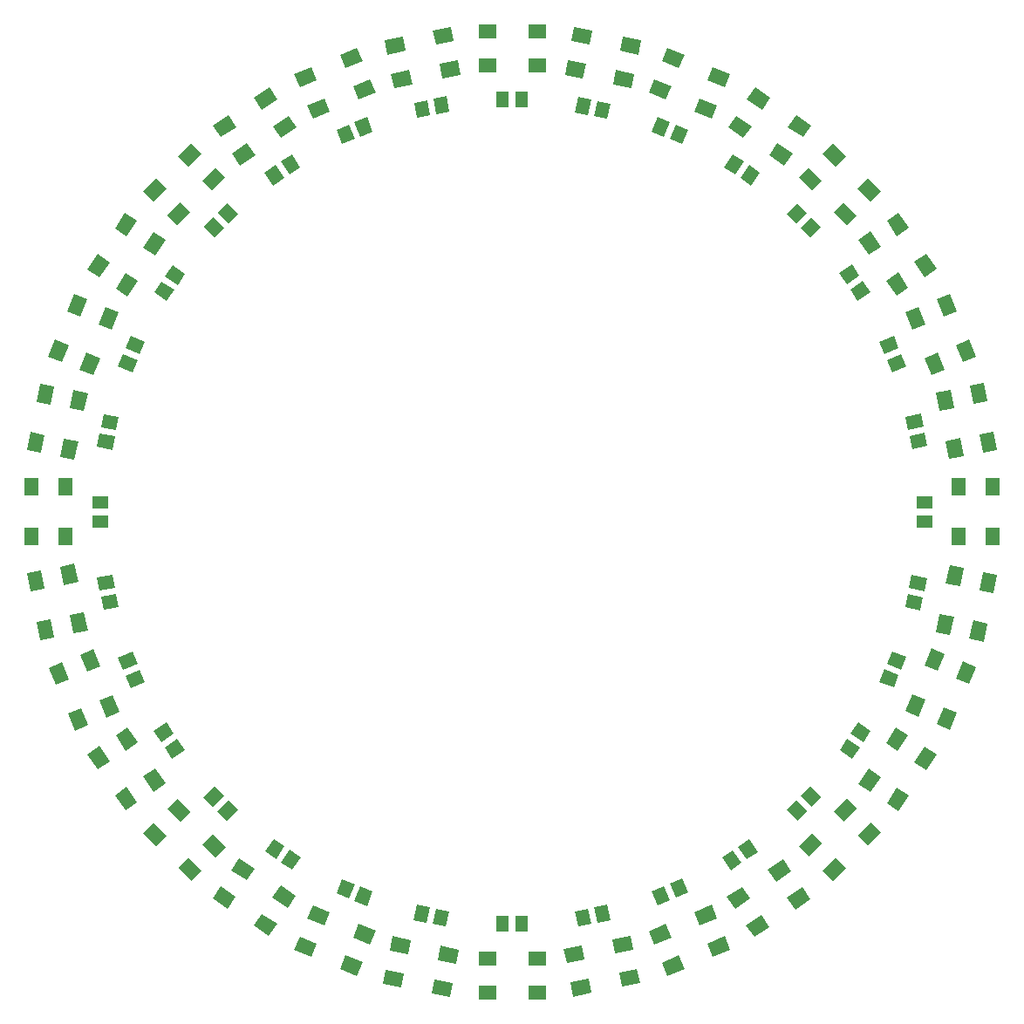
<source format=gtp>
%FSLAX34Y34*%
G04 Gerber Fmt 3.4, Leading zero omitted, Abs format*
G04 (created by PCBNEW (2014-06-29 BZR 4957)-product) date Sat 26 Jul 2014 11:43:49 AM CEST*
%MOIN*%
G01*
G70*
G90*
G04 APERTURE LIST*
%ADD10C,0.003937*%
%ADD11R,0.059000X0.051100*%
%ADD12R,0.051100X0.059000*%
%ADD13R,0.055118X0.070866*%
%ADD14R,0.070866X0.055118*%
G04 APERTURE END LIST*
G54D10*
G36*
X56543Y-21516D02*
X56659Y-22095D01*
X56158Y-22195D01*
X56042Y-21616D01*
X56543Y-21516D01*
X56543Y-21516D01*
G37*
G36*
X55810Y-21663D02*
X55925Y-22241D01*
X55424Y-22341D01*
X55309Y-21763D01*
X55810Y-21663D01*
X55810Y-21663D01*
G37*
G36*
X53500Y-22321D02*
X53725Y-22866D01*
X53253Y-23061D01*
X53028Y-22516D01*
X53500Y-22321D01*
X53500Y-22321D01*
G37*
G36*
X52809Y-22607D02*
X53034Y-23152D01*
X52562Y-23348D01*
X52337Y-22803D01*
X52809Y-22607D01*
X52809Y-22607D01*
G37*
G36*
X50634Y-23735D02*
X50962Y-24225D01*
X50538Y-24509D01*
X50209Y-24019D01*
X50634Y-23735D01*
X50634Y-23735D01*
G37*
G36*
X50013Y-24151D02*
X50341Y-24641D01*
X49916Y-24926D01*
X49588Y-24435D01*
X50013Y-24151D01*
X50013Y-24151D01*
G37*
G36*
X48149Y-25606D02*
X48567Y-26023D01*
X48205Y-26384D01*
X47788Y-25967D01*
X48149Y-25606D01*
X48149Y-25606D01*
G37*
G36*
X47620Y-26135D02*
X48038Y-26552D01*
X47676Y-26913D01*
X47259Y-26496D01*
X47620Y-26135D01*
X47620Y-26135D01*
G37*
G36*
X46068Y-27974D02*
X46559Y-28301D01*
X46275Y-28726D01*
X45784Y-28399D01*
X46068Y-27974D01*
X46068Y-27974D01*
G37*
G36*
X45653Y-28596D02*
X46144Y-28923D01*
X45860Y-29348D01*
X45369Y-29021D01*
X45653Y-28596D01*
X45653Y-28596D01*
G37*
G36*
X44476Y-30683D02*
X45021Y-30909D01*
X44825Y-31381D01*
X44280Y-31155D01*
X44476Y-30683D01*
X44476Y-30683D01*
G37*
G36*
X44189Y-31374D02*
X44735Y-31600D01*
X44539Y-32072D01*
X43994Y-31846D01*
X44189Y-31374D01*
X44189Y-31374D01*
G37*
G36*
X43435Y-33675D02*
X44014Y-33790D01*
X43914Y-34291D01*
X43335Y-34176D01*
X43435Y-33675D01*
X43435Y-33675D01*
G37*
G36*
X43289Y-34409D02*
X43868Y-34523D01*
X43769Y-35025D01*
X43190Y-34910D01*
X43289Y-34409D01*
X43289Y-34409D01*
G37*
G54D11*
X43307Y-37027D03*
X43307Y-37775D03*
G54D10*
G36*
X43189Y-39912D02*
X43768Y-39797D01*
X43868Y-40298D01*
X43289Y-40414D01*
X43189Y-39912D01*
X43189Y-39912D01*
G37*
G36*
X43336Y-40646D02*
X43914Y-40530D01*
X44014Y-41031D01*
X43436Y-41147D01*
X43336Y-40646D01*
X43336Y-40646D01*
G37*
G36*
X43994Y-42976D02*
X44539Y-42750D01*
X44735Y-43222D01*
X44189Y-43448D01*
X43994Y-42976D01*
X43994Y-42976D01*
G37*
G36*
X44280Y-43667D02*
X44825Y-43441D01*
X45021Y-43913D01*
X44476Y-44139D01*
X44280Y-43667D01*
X44280Y-43667D01*
G37*
G36*
X45349Y-45782D02*
X45839Y-45454D01*
X46124Y-45879D01*
X45633Y-46207D01*
X45349Y-45782D01*
X45349Y-45782D01*
G37*
G36*
X45765Y-46404D02*
X46255Y-46076D01*
X46540Y-46500D01*
X46049Y-46828D01*
X45765Y-46404D01*
X45765Y-46404D01*
G37*
G36*
X47259Y-48306D02*
X47676Y-47889D01*
X48038Y-48250D01*
X47620Y-48668D01*
X47259Y-48306D01*
X47259Y-48306D01*
G37*
G36*
X47788Y-48835D02*
X48205Y-48418D01*
X48567Y-48779D01*
X48149Y-49197D01*
X47788Y-48835D01*
X47788Y-48835D01*
G37*
G36*
X49607Y-50388D02*
X49935Y-49897D01*
X50360Y-50180D01*
X50033Y-50671D01*
X49607Y-50388D01*
X49607Y-50388D01*
G37*
G36*
X50230Y-50803D02*
X50557Y-50312D01*
X50982Y-50595D01*
X50655Y-51086D01*
X50230Y-50803D01*
X50230Y-50803D01*
G37*
G36*
X52337Y-51980D02*
X52562Y-51435D01*
X53034Y-51630D01*
X52809Y-52176D01*
X52337Y-51980D01*
X52337Y-51980D01*
G37*
G36*
X53028Y-52266D02*
X53253Y-51721D01*
X53725Y-51917D01*
X53500Y-52462D01*
X53028Y-52266D01*
X53028Y-52266D01*
G37*
G36*
X55289Y-53001D02*
X55404Y-52422D01*
X55905Y-52522D01*
X55791Y-53101D01*
X55289Y-53001D01*
X55289Y-53001D01*
G37*
G36*
X56023Y-53147D02*
X56138Y-52568D01*
X56639Y-52667D01*
X56524Y-53246D01*
X56023Y-53147D01*
X56023Y-53147D01*
G37*
G54D12*
X58681Y-53149D03*
X59429Y-53149D03*
G54D10*
G36*
X61568Y-53250D02*
X61450Y-52672D01*
X61950Y-52569D01*
X62069Y-53147D01*
X61568Y-53250D01*
X61568Y-53250D01*
G37*
G36*
X62301Y-53099D02*
X62182Y-52521D01*
X62683Y-52419D01*
X62801Y-52997D01*
X62301Y-53099D01*
X62301Y-53099D01*
G37*
G36*
X64612Y-52445D02*
X64384Y-51901D01*
X64855Y-51703D01*
X65083Y-52247D01*
X64612Y-52445D01*
X64612Y-52445D01*
G37*
G36*
X65302Y-52155D02*
X65073Y-51611D01*
X65544Y-51413D01*
X65773Y-51957D01*
X65302Y-52155D01*
X65302Y-52155D01*
G37*
G36*
X67398Y-51108D02*
X67069Y-50619D01*
X67492Y-50333D01*
X67822Y-50822D01*
X67398Y-51108D01*
X67398Y-51108D01*
G37*
G36*
X68019Y-50690D02*
X67689Y-50200D01*
X68112Y-49915D01*
X68442Y-50404D01*
X68019Y-50690D01*
X68019Y-50690D01*
G37*
G36*
X69960Y-49197D02*
X69543Y-48779D01*
X69904Y-48418D01*
X70321Y-48835D01*
X69960Y-49197D01*
X69960Y-49197D01*
G37*
G36*
X70489Y-48668D02*
X70072Y-48250D01*
X70433Y-47889D01*
X70850Y-48306D01*
X70489Y-48668D01*
X70489Y-48668D01*
G37*
G36*
X72060Y-46828D02*
X71570Y-46500D01*
X71854Y-46076D01*
X72344Y-46404D01*
X72060Y-46828D01*
X72060Y-46828D01*
G37*
G36*
X72476Y-46207D02*
X71986Y-45879D01*
X72270Y-45454D01*
X72760Y-45782D01*
X72476Y-46207D01*
X72476Y-46207D01*
G37*
G36*
X73632Y-44119D02*
X73088Y-43892D01*
X73284Y-43421D01*
X73829Y-43647D01*
X73632Y-44119D01*
X73632Y-44119D01*
G37*
G36*
X73920Y-43429D02*
X73375Y-43202D01*
X73571Y-42730D01*
X74116Y-42957D01*
X73920Y-43429D01*
X73920Y-43429D01*
G37*
G36*
X74654Y-41167D02*
X74075Y-41051D01*
X74175Y-40550D01*
X74754Y-40666D01*
X74654Y-41167D01*
X74654Y-41167D01*
G37*
G36*
X74800Y-40433D02*
X74222Y-40318D01*
X74322Y-39817D01*
X74900Y-39932D01*
X74800Y-40433D01*
X74800Y-40433D01*
G37*
G54D11*
X74803Y-37775D03*
X74803Y-37027D03*
G54D10*
G36*
X74919Y-34890D02*
X74340Y-35005D01*
X74241Y-34504D01*
X74820Y-34389D01*
X74919Y-34890D01*
X74919Y-34890D01*
G37*
G36*
X74774Y-34157D02*
X74195Y-34271D01*
X74096Y-33770D01*
X74674Y-33655D01*
X74774Y-34157D01*
X74774Y-34157D01*
G37*
G36*
X74116Y-31845D02*
X73571Y-32072D01*
X73375Y-31600D01*
X73920Y-31373D01*
X74116Y-31845D01*
X74116Y-31845D01*
G37*
G36*
X73829Y-31155D02*
X73284Y-31381D01*
X73088Y-30910D01*
X73632Y-30683D01*
X73829Y-31155D01*
X73829Y-31155D01*
G37*
G36*
X72740Y-29000D02*
X72250Y-29328D01*
X71966Y-28904D01*
X72456Y-28576D01*
X72740Y-29000D01*
X72740Y-29000D01*
G37*
G36*
X72324Y-28379D02*
X71834Y-28707D01*
X71550Y-28282D01*
X72040Y-27954D01*
X72324Y-28379D01*
X72324Y-28379D01*
G37*
G36*
X70850Y-26496D02*
X70433Y-26913D01*
X70072Y-26552D01*
X70489Y-26135D01*
X70850Y-26496D01*
X70850Y-26496D01*
G37*
G36*
X70321Y-25967D02*
X69904Y-26384D01*
X69543Y-26023D01*
X69960Y-25606D01*
X70321Y-25967D01*
X70321Y-25967D01*
G37*
G36*
X68521Y-24435D02*
X68193Y-24926D01*
X67769Y-24641D01*
X68097Y-24151D01*
X68521Y-24435D01*
X68521Y-24435D01*
G37*
G36*
X67900Y-24019D02*
X67572Y-24509D01*
X67147Y-24225D01*
X67475Y-23735D01*
X67900Y-24019D01*
X67900Y-24019D01*
G37*
G36*
X65773Y-22803D02*
X65547Y-23348D01*
X65075Y-23152D01*
X65301Y-22607D01*
X65773Y-22803D01*
X65773Y-22803D01*
G37*
G36*
X65082Y-22516D02*
X64856Y-23061D01*
X64384Y-22866D01*
X64610Y-22321D01*
X65082Y-22516D01*
X65082Y-22516D01*
G37*
G36*
X62801Y-21802D02*
X62685Y-22381D01*
X62184Y-22281D01*
X62299Y-21702D01*
X62801Y-21802D01*
X62801Y-21802D01*
G37*
G36*
X62067Y-21656D02*
X61951Y-22234D01*
X61450Y-22134D01*
X61566Y-21555D01*
X62067Y-21656D01*
X62067Y-21656D01*
G37*
G54D12*
X59429Y-21653D03*
X58681Y-21653D03*
G54D10*
G36*
X56282Y-20290D02*
X56977Y-20151D01*
X57085Y-20692D01*
X56390Y-20830D01*
X56282Y-20290D01*
X56282Y-20290D01*
G37*
G36*
X56027Y-19016D02*
X56722Y-18877D01*
X56830Y-19418D01*
X56135Y-19556D01*
X56027Y-19016D01*
X56027Y-19016D01*
G37*
G36*
X54174Y-19386D02*
X54869Y-19247D01*
X54977Y-19788D01*
X54282Y-19927D01*
X54174Y-19386D01*
X54174Y-19386D01*
G37*
G36*
X54429Y-20660D02*
X55124Y-20521D01*
X55232Y-21062D01*
X54537Y-21201D01*
X54429Y-20660D01*
X54429Y-20660D01*
G37*
G36*
X52972Y-21143D02*
X53626Y-20871D01*
X53837Y-21381D01*
X53183Y-21652D01*
X52972Y-21143D01*
X52972Y-21143D01*
G37*
G36*
X52475Y-19942D02*
X53129Y-19671D01*
X53340Y-20180D01*
X52685Y-20452D01*
X52475Y-19942D01*
X52475Y-19942D01*
G37*
G36*
X50729Y-20666D02*
X51383Y-20394D01*
X51594Y-20904D01*
X50940Y-21175D01*
X50729Y-20666D01*
X50729Y-20666D01*
G37*
G36*
X51226Y-21866D02*
X51880Y-21595D01*
X52091Y-22104D01*
X51437Y-22375D01*
X51226Y-21866D01*
X51226Y-21866D01*
G37*
G36*
X49911Y-22659D02*
X50500Y-22265D01*
X50806Y-22723D01*
X50218Y-23117D01*
X49911Y-22659D01*
X49911Y-22659D01*
G37*
G36*
X49188Y-21579D02*
X49777Y-21185D01*
X50084Y-21643D01*
X49495Y-22037D01*
X49188Y-21579D01*
X49188Y-21579D01*
G37*
G36*
X47618Y-22631D02*
X48207Y-22236D01*
X48513Y-22694D01*
X47924Y-23089D01*
X47618Y-22631D01*
X47618Y-22631D01*
G37*
G36*
X48341Y-23710D02*
X48929Y-23316D01*
X49236Y-23774D01*
X48647Y-24168D01*
X48341Y-23710D01*
X48341Y-23710D01*
G37*
G36*
X47197Y-24728D02*
X47698Y-24227D01*
X48088Y-24617D01*
X47587Y-25118D01*
X47197Y-24728D01*
X47197Y-24728D01*
G37*
G36*
X46279Y-23810D02*
X46780Y-23308D01*
X47169Y-23698D01*
X46668Y-24199D01*
X46279Y-23810D01*
X46279Y-23810D01*
G37*
G36*
X44942Y-25146D02*
X45443Y-24645D01*
X45833Y-25035D01*
X45332Y-25536D01*
X44942Y-25146D01*
X44942Y-25146D01*
G37*
G36*
X45861Y-26065D02*
X46362Y-25563D01*
X46752Y-25953D01*
X46251Y-26454D01*
X45861Y-26065D01*
X45861Y-26065D01*
G37*
G36*
X44949Y-27294D02*
X45343Y-26705D01*
X45801Y-27011D01*
X45408Y-27600D01*
X44949Y-27294D01*
X44949Y-27294D01*
G37*
G36*
X43868Y-26574D02*
X44262Y-25984D01*
X44720Y-26290D01*
X44327Y-26879D01*
X43868Y-26574D01*
X43868Y-26574D01*
G37*
G36*
X42820Y-28146D02*
X43213Y-27556D01*
X43672Y-27862D01*
X43278Y-28452D01*
X42820Y-28146D01*
X42820Y-28146D01*
G37*
G36*
X43901Y-28867D02*
X44294Y-28277D01*
X44753Y-28583D01*
X44359Y-29172D01*
X43901Y-28867D01*
X43901Y-28867D01*
G37*
G36*
X43248Y-30227D02*
X43519Y-29572D01*
X44029Y-29783D01*
X43757Y-30438D01*
X43248Y-30227D01*
X43248Y-30227D01*
G37*
G36*
X42048Y-29730D02*
X42319Y-29075D01*
X42828Y-29286D01*
X42557Y-29941D01*
X42048Y-29730D01*
X42048Y-29730D01*
G37*
G36*
X41325Y-31476D02*
X41596Y-30821D01*
X42105Y-31032D01*
X41834Y-31687D01*
X41325Y-31476D01*
X41325Y-31476D01*
G37*
G36*
X42525Y-31973D02*
X42796Y-31318D01*
X43305Y-31529D01*
X43034Y-32184D01*
X42525Y-31973D01*
X42525Y-31973D01*
G37*
G36*
X42154Y-33450D02*
X42292Y-32754D01*
X42833Y-32861D01*
X42695Y-33557D01*
X42154Y-33450D01*
X42154Y-33450D01*
G37*
G36*
X40880Y-33197D02*
X41018Y-32502D01*
X41558Y-32609D01*
X41421Y-33304D01*
X40880Y-33197D01*
X40880Y-33197D01*
G37*
G36*
X40513Y-35051D02*
X40650Y-34356D01*
X41191Y-34463D01*
X41053Y-35158D01*
X40513Y-35051D01*
X40513Y-35051D01*
G37*
G36*
X41787Y-35303D02*
X41925Y-34608D01*
X42466Y-34715D01*
X42328Y-35410D01*
X41787Y-35303D01*
X41787Y-35303D01*
G37*
G54D13*
X41988Y-36456D03*
X40688Y-36456D03*
X40688Y-38346D03*
X41988Y-38346D03*
G54D10*
G36*
X41924Y-40194D02*
X41785Y-39499D01*
X42325Y-39391D01*
X42464Y-40086D01*
X41924Y-40194D01*
X41924Y-40194D01*
G37*
G36*
X40650Y-40448D02*
X40511Y-39753D01*
X41051Y-39645D01*
X41190Y-40340D01*
X40650Y-40448D01*
X40650Y-40448D01*
G37*
G36*
X41020Y-42301D02*
X40881Y-41606D01*
X41422Y-41498D01*
X41561Y-42193D01*
X41020Y-42301D01*
X41020Y-42301D01*
G37*
G36*
X42294Y-42047D02*
X42155Y-41352D01*
X42696Y-41244D01*
X42835Y-41939D01*
X42294Y-42047D01*
X42294Y-42047D01*
G37*
G36*
X42816Y-43523D02*
X42545Y-42869D01*
X43054Y-42658D01*
X43325Y-43312D01*
X42816Y-43523D01*
X42816Y-43523D01*
G37*
G36*
X41616Y-44021D02*
X41344Y-43366D01*
X41854Y-43155D01*
X42125Y-43810D01*
X41616Y-44021D01*
X41616Y-44021D01*
G37*
G36*
X42339Y-45766D02*
X42068Y-45112D01*
X42577Y-44901D01*
X42848Y-45556D01*
X42339Y-45766D01*
X42339Y-45766D01*
G37*
G36*
X43539Y-45269D02*
X43268Y-44615D01*
X43777Y-44404D01*
X44048Y-45058D01*
X43539Y-45269D01*
X43539Y-45269D01*
G37*
G36*
X44293Y-46525D02*
X43899Y-45936D01*
X44357Y-45630D01*
X44751Y-46218D01*
X44293Y-46525D01*
X44293Y-46525D01*
G37*
G36*
X43213Y-47248D02*
X42819Y-46659D01*
X43277Y-46352D01*
X43671Y-46941D01*
X43213Y-47248D01*
X43213Y-47248D01*
G37*
G36*
X44264Y-48818D02*
X43870Y-48229D01*
X44328Y-47923D01*
X44722Y-48512D01*
X44264Y-48818D01*
X44264Y-48818D01*
G37*
G36*
X45344Y-48095D02*
X44950Y-47507D01*
X45408Y-47200D01*
X45802Y-47789D01*
X45344Y-48095D01*
X45344Y-48095D01*
G37*
G36*
X46382Y-49258D02*
X45881Y-48757D01*
X46270Y-48368D01*
X46772Y-48869D01*
X46382Y-49258D01*
X46382Y-49258D01*
G37*
G36*
X45463Y-50177D02*
X44962Y-49676D01*
X45352Y-49286D01*
X45853Y-49787D01*
X45463Y-50177D01*
X45463Y-50177D01*
G37*
G36*
X46799Y-51513D02*
X46298Y-51012D01*
X46688Y-50622D01*
X47189Y-51124D01*
X46799Y-51513D01*
X46799Y-51513D01*
G37*
G36*
X47718Y-50595D02*
X47217Y-50094D01*
X47607Y-49704D01*
X48108Y-50205D01*
X47718Y-50595D01*
X47718Y-50595D01*
G37*
G36*
X48909Y-51487D02*
X48319Y-51093D01*
X48625Y-50635D01*
X49214Y-51028D01*
X48909Y-51487D01*
X48909Y-51487D01*
G37*
G36*
X48188Y-52568D02*
X47598Y-52174D01*
X47904Y-51716D01*
X48494Y-52109D01*
X48188Y-52568D01*
X48188Y-52568D01*
G37*
G36*
X49760Y-53616D02*
X49170Y-53223D01*
X49476Y-52764D01*
X50066Y-53158D01*
X49760Y-53616D01*
X49760Y-53616D01*
G37*
G36*
X50481Y-52535D02*
X49891Y-52142D01*
X50197Y-51683D01*
X50787Y-52077D01*
X50481Y-52535D01*
X50481Y-52535D01*
G37*
G36*
X51880Y-53207D02*
X51226Y-52936D01*
X51437Y-52427D01*
X52091Y-52698D01*
X51880Y-53207D01*
X51880Y-53207D01*
G37*
G36*
X51383Y-54408D02*
X50729Y-54137D01*
X50940Y-53627D01*
X51594Y-53899D01*
X51383Y-54408D01*
X51383Y-54408D01*
G37*
G36*
X53129Y-55131D02*
X52475Y-54860D01*
X52685Y-54351D01*
X53340Y-54622D01*
X53129Y-55131D01*
X53129Y-55131D01*
G37*
G36*
X53626Y-53931D02*
X52972Y-53659D01*
X53183Y-53150D01*
X53837Y-53421D01*
X53626Y-53931D01*
X53626Y-53931D01*
G37*
G36*
X55064Y-54301D02*
X54369Y-54164D01*
X54476Y-53623D01*
X55171Y-53761D01*
X55064Y-54301D01*
X55064Y-54301D01*
G37*
G36*
X54811Y-55576D02*
X54116Y-55438D01*
X54223Y-54898D01*
X54918Y-55035D01*
X54811Y-55576D01*
X54811Y-55576D01*
G37*
G36*
X56665Y-55943D02*
X55970Y-55805D01*
X56077Y-55265D01*
X56772Y-55402D01*
X56665Y-55943D01*
X56665Y-55943D01*
G37*
G36*
X56917Y-54668D02*
X56222Y-54531D01*
X56329Y-53990D01*
X57025Y-54128D01*
X56917Y-54668D01*
X56917Y-54668D01*
G37*
G54D14*
X58110Y-54468D03*
X58110Y-55767D03*
X60000Y-55767D03*
X60000Y-54468D03*
G54D10*
G36*
X61826Y-54516D02*
X61132Y-54658D01*
X61021Y-54118D01*
X61715Y-53976D01*
X61826Y-54516D01*
X61826Y-54516D01*
G37*
G36*
X62087Y-55788D02*
X61393Y-55931D01*
X61282Y-55391D01*
X61977Y-55248D01*
X62087Y-55788D01*
X62087Y-55788D01*
G37*
G36*
X63939Y-55408D02*
X63244Y-55551D01*
X63134Y-55011D01*
X63828Y-54868D01*
X63939Y-55408D01*
X63939Y-55408D01*
G37*
G36*
X63677Y-54136D02*
X62983Y-54278D01*
X62872Y-53738D01*
X63566Y-53596D01*
X63677Y-54136D01*
X63677Y-54136D01*
G37*
G36*
X65137Y-53663D02*
X64484Y-53938D01*
X64270Y-53430D01*
X64923Y-53155D01*
X65137Y-53663D01*
X65137Y-53663D01*
G37*
G36*
X65640Y-54861D02*
X64987Y-55135D01*
X64774Y-54627D01*
X65427Y-54353D01*
X65640Y-54861D01*
X65640Y-54861D01*
G37*
G36*
X67382Y-54128D02*
X66729Y-54403D01*
X66516Y-53895D01*
X67169Y-53620D01*
X67382Y-54128D01*
X67382Y-54128D01*
G37*
G36*
X66879Y-52931D02*
X66226Y-53205D01*
X66012Y-52697D01*
X66665Y-52423D01*
X66879Y-52931D01*
X66879Y-52931D01*
G37*
G36*
X68159Y-52185D02*
X67572Y-52581D01*
X67263Y-52124D01*
X67851Y-51728D01*
X68159Y-52185D01*
X68159Y-52185D01*
G37*
G36*
X68886Y-53262D02*
X68298Y-53658D01*
X67990Y-53201D01*
X68577Y-52805D01*
X68886Y-53262D01*
X68886Y-53262D01*
G37*
G36*
X70452Y-52205D02*
X69865Y-52602D01*
X69557Y-52145D01*
X70144Y-51748D01*
X70452Y-52205D01*
X70452Y-52205D01*
G37*
G36*
X69726Y-51128D02*
X69138Y-51525D01*
X68830Y-51068D01*
X69418Y-50671D01*
X69726Y-51128D01*
X69726Y-51128D01*
G37*
G36*
X70893Y-50075D02*
X70392Y-50577D01*
X70002Y-50188D01*
X70502Y-49686D01*
X70893Y-50075D01*
X70893Y-50075D01*
G37*
G36*
X71813Y-50992D02*
X71313Y-51494D01*
X70922Y-51105D01*
X71422Y-50603D01*
X71813Y-50992D01*
X71813Y-50992D01*
G37*
G36*
X73147Y-49654D02*
X72647Y-50156D01*
X72256Y-49766D01*
X72756Y-49264D01*
X73147Y-49654D01*
X73147Y-49654D01*
G37*
G36*
X72226Y-48736D02*
X71726Y-49238D01*
X71336Y-48849D01*
X71836Y-48347D01*
X72226Y-48736D01*
X72226Y-48736D01*
G37*
G36*
X73140Y-47527D02*
X72747Y-48117D01*
X72288Y-47811D01*
X72682Y-47222D01*
X73140Y-47527D01*
X73140Y-47527D01*
G37*
G36*
X74221Y-48248D02*
X73828Y-48838D01*
X73369Y-48532D01*
X73763Y-47942D01*
X74221Y-48248D01*
X74221Y-48248D01*
G37*
G36*
X75270Y-46676D02*
X74876Y-47266D01*
X74418Y-46960D01*
X74811Y-46370D01*
X75270Y-46676D01*
X75270Y-46676D01*
G37*
G36*
X74189Y-45955D02*
X73796Y-46545D01*
X73337Y-46239D01*
X73730Y-45649D01*
X74189Y-45955D01*
X74189Y-45955D01*
G37*
G36*
X74860Y-44574D02*
X74588Y-45228D01*
X74079Y-45017D01*
X74351Y-44362D01*
X74860Y-44574D01*
X74860Y-44574D01*
G37*
G36*
X76060Y-45073D02*
X75787Y-45728D01*
X75279Y-45516D01*
X75551Y-44862D01*
X76060Y-45073D01*
X76060Y-45073D01*
G37*
G36*
X76786Y-43329D02*
X76514Y-43983D01*
X76005Y-43771D01*
X76277Y-43117D01*
X76786Y-43329D01*
X76786Y-43329D01*
G37*
G36*
X75587Y-42830D02*
X75314Y-43484D01*
X74805Y-43272D01*
X75078Y-42618D01*
X75587Y-42830D01*
X75587Y-42830D01*
G37*
G36*
X75934Y-41411D02*
X75795Y-42106D01*
X75255Y-41998D01*
X75394Y-41303D01*
X75934Y-41411D01*
X75934Y-41411D01*
G37*
G36*
X77208Y-41665D02*
X77070Y-42360D01*
X76529Y-42252D01*
X76668Y-41557D01*
X77208Y-41665D01*
X77208Y-41665D01*
G37*
G36*
X77579Y-39812D02*
X77440Y-40507D01*
X76899Y-40399D01*
X77038Y-39704D01*
X77579Y-39812D01*
X77579Y-39812D01*
G37*
G36*
X76305Y-39558D02*
X76166Y-40253D01*
X75625Y-40145D01*
X75764Y-39450D01*
X76305Y-39558D01*
X76305Y-39558D01*
G37*
G54D13*
X76122Y-38346D03*
X77421Y-38346D03*
X77421Y-36456D03*
X76122Y-36456D03*
G54D10*
G36*
X76165Y-34588D02*
X76302Y-35284D01*
X75762Y-35391D01*
X75624Y-34696D01*
X76165Y-34588D01*
X76165Y-34588D01*
G37*
G36*
X77439Y-34336D02*
X77577Y-35031D01*
X77036Y-35138D01*
X76898Y-34443D01*
X77439Y-34336D01*
X77439Y-34336D01*
G37*
G36*
X77072Y-32482D02*
X77210Y-33177D01*
X76669Y-33285D01*
X76531Y-32589D01*
X77072Y-32482D01*
X77072Y-32482D01*
G37*
G36*
X75798Y-32735D02*
X75935Y-33430D01*
X75395Y-33537D01*
X75257Y-32842D01*
X75798Y-32735D01*
X75798Y-32735D01*
G37*
G36*
X75314Y-31318D02*
X75587Y-31973D01*
X75078Y-32184D01*
X74805Y-31530D01*
X75314Y-31318D01*
X75314Y-31318D01*
G37*
G36*
X76514Y-30819D02*
X76786Y-31473D01*
X76277Y-31685D01*
X76005Y-31031D01*
X76514Y-30819D01*
X76514Y-30819D01*
G37*
G36*
X75787Y-29074D02*
X76060Y-29729D01*
X75551Y-29940D01*
X75279Y-29286D01*
X75787Y-29074D01*
X75787Y-29074D01*
G37*
G36*
X74588Y-29574D02*
X74860Y-30228D01*
X74351Y-30440D01*
X74079Y-29786D01*
X74588Y-29574D01*
X74588Y-29574D01*
G37*
G36*
X73797Y-28257D02*
X74191Y-28846D01*
X73733Y-29153D01*
X73339Y-28564D01*
X73797Y-28257D01*
X73797Y-28257D01*
G37*
G36*
X74876Y-27535D02*
X75271Y-28123D01*
X74813Y-28430D01*
X74418Y-27841D01*
X74876Y-27535D01*
X74876Y-27535D01*
G37*
G36*
X73825Y-25964D02*
X74219Y-26553D01*
X73761Y-26860D01*
X73367Y-26271D01*
X73825Y-25964D01*
X73825Y-25964D01*
G37*
G36*
X72745Y-26687D02*
X73140Y-27276D01*
X72682Y-27582D01*
X72287Y-26994D01*
X72745Y-26687D01*
X72745Y-26687D01*
G37*
G36*
X71727Y-25563D02*
X72229Y-26065D01*
X71839Y-26454D01*
X71338Y-25953D01*
X71727Y-25563D01*
X71727Y-25563D01*
G37*
G36*
X72646Y-24645D02*
X73147Y-25146D01*
X72757Y-25536D01*
X72256Y-25035D01*
X72646Y-24645D01*
X72646Y-24645D01*
G37*
G36*
X71310Y-23308D02*
X71811Y-23810D01*
X71421Y-24199D01*
X70920Y-23698D01*
X71310Y-23308D01*
X71310Y-23308D01*
G37*
G36*
X70391Y-24227D02*
X70892Y-24728D01*
X70503Y-25118D01*
X70001Y-24617D01*
X70391Y-24227D01*
X70391Y-24227D01*
G37*
G36*
X69180Y-23316D02*
X69769Y-23710D01*
X69462Y-24168D01*
X68873Y-23774D01*
X69180Y-23316D01*
X69180Y-23316D01*
G37*
G36*
X69903Y-22236D02*
X70491Y-22631D01*
X70185Y-23089D01*
X69596Y-22694D01*
X69903Y-22236D01*
X69903Y-22236D01*
G37*
G36*
X68332Y-21185D02*
X68921Y-21579D01*
X68614Y-22037D01*
X68026Y-21643D01*
X68332Y-21185D01*
X68332Y-21185D01*
G37*
G36*
X67609Y-22265D02*
X68198Y-22659D01*
X67892Y-23117D01*
X67303Y-22723D01*
X67609Y-22265D01*
X67609Y-22265D01*
G37*
G36*
X66229Y-21595D02*
X66883Y-21866D01*
X66673Y-22375D01*
X66018Y-22104D01*
X66229Y-21595D01*
X66229Y-21595D01*
G37*
G36*
X66726Y-20394D02*
X67381Y-20666D01*
X67170Y-21175D01*
X66515Y-20904D01*
X66726Y-20394D01*
X66726Y-20394D01*
G37*
G36*
X64980Y-19671D02*
X65635Y-19942D01*
X65424Y-20452D01*
X64769Y-20180D01*
X64980Y-19671D01*
X64980Y-19671D01*
G37*
G36*
X64483Y-20871D02*
X65138Y-21143D01*
X64927Y-21652D01*
X64272Y-21381D01*
X64483Y-20871D01*
X64483Y-20871D01*
G37*
G36*
X63025Y-20521D02*
X63720Y-20660D01*
X63612Y-21201D01*
X62917Y-21062D01*
X63025Y-20521D01*
X63025Y-20521D01*
G37*
G36*
X63280Y-19247D02*
X63975Y-19386D01*
X63866Y-19927D01*
X63172Y-19788D01*
X63280Y-19247D01*
X63280Y-19247D01*
G37*
G36*
X61426Y-18877D02*
X62121Y-19016D01*
X62013Y-19556D01*
X61318Y-19418D01*
X61426Y-18877D01*
X61426Y-18877D01*
G37*
G36*
X61172Y-20151D02*
X61867Y-20290D01*
X61759Y-20830D01*
X61064Y-20692D01*
X61172Y-20151D01*
X61172Y-20151D01*
G37*
G54D14*
X60000Y-20334D03*
X60000Y-19035D03*
X58110Y-19035D03*
X58110Y-20334D03*
M02*

</source>
